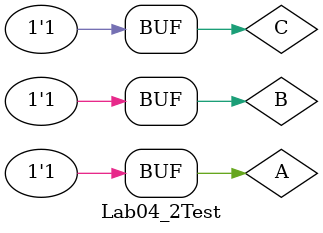
<source format=v>
`timescale 1ns / 1ps


module Lab04_2Test;
reg A,B,C;
wire D,E;

Lab04_2 inst0(.x(A),.y(B),.cin(C),.s(D),.cout(E));

initial
begin

#10 A=0;B=0;C=0;
#10 A=1;B=0;C=0;
#10 A=0;B=1;C=0;
#10 A=0;B=0;C=1;
#10 A=1;B=1;C=0;
#10 A=0;B=1;C=1;
#10 A=1;B=0;C=1;
#10 A=1;B=1;C=1;

end
endmodule

</source>
